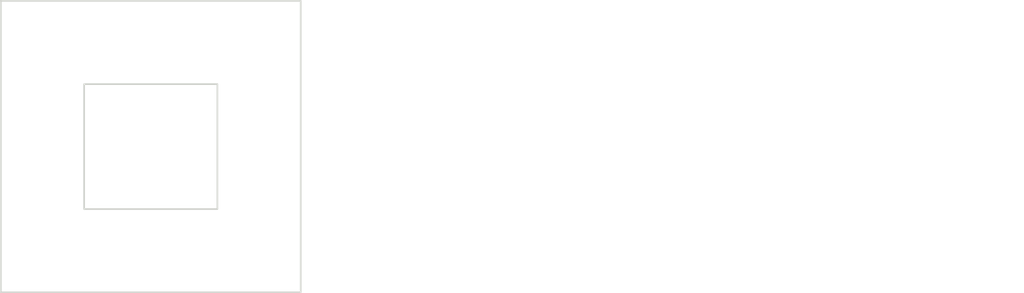
<source format=kicad_pcb>
(kicad_pcb (version 20221018) (generator pcbnew)

  (general
    (thickness 1.12)
  )

  (paper "A4")
  (layers
    (0 "F.Cu" signal)
    (31 "B.Cu" signal)
    (32 "B.Adhes" user "B.Adhesive")
    (33 "F.Adhes" user "F.Adhesive")
    (34 "B.Paste" user)
    (35 "F.Paste" user)
    (36 "B.SilkS" user "B.Silkscreen")
    (37 "F.SilkS" user "F.Silkscreen")
    (38 "B.Mask" user)
    (39 "F.Mask" user)
    (40 "Dwgs.User" user "User.Drawings")
    (41 "Cmts.User" user "User.Comments")
    (42 "Eco1.User" user "User.Eco1")
    (43 "Eco2.User" user "User.Eco2")
    (44 "Edge.Cuts" user)
    (45 "Margin" user)
    (46 "B.CrtYd" user "B.Courtyard")
    (47 "F.CrtYd" user "F.Courtyard")
    (48 "B.Fab" user)
    (49 "F.Fab" user)
    (50 "User.1" user)
    (51 "User.2" user)
    (52 "User.3" user)
    (53 "User.4" user)
    (54 "User.5" user)
    (55 "User.6" user)
    (56 "User.7" user)
    (57 "User.8" user)
    (58 "User.9" user)
  )

  (setup
    (stackup
      (layer "F.SilkS" (type "Top Silk Screen"))
      (layer "F.Paste" (type "Top Solder Paste"))
      (layer "F.Mask" (type "Top Solder Mask") (thickness 0.01))
      (layer "F.Cu" (type "copper") (thickness 0))
      (layer "dielectric 1" (type "core") (color "FR4 natural") (thickness 1.1) (material "FR4") (epsilon_r 4.5) (loss_tangent 0.02))
      (layer "B.Cu" (type "copper") (thickness 0))
      (layer "B.Mask" (type "Bottom Solder Mask") (thickness 0.01))
      (layer "B.Paste" (type "Bottom Solder Paste"))
      (layer "B.SilkS" (type "Bottom Silk Screen"))
      (copper_finish "None")
      (dielectric_constraints no)
    )
    (pad_to_mask_clearance 0)
    (pcbplotparams
      (layerselection 0x00012fc_ffffffff)
      (plot_on_all_layers_selection 0x0000000_00000000)
      (disableapertmacros false)
      (usegerberextensions false)
      (usegerberattributes true)
      (usegerberadvancedattributes true)
      (creategerberjobfile true)
      (dashed_line_dash_ratio 12.000000)
      (dashed_line_gap_ratio 3.000000)
      (svgprecision 4)
      (plotframeref false)
      (viasonmask false)
      (mode 1)
      (useauxorigin false)
      (hpglpennumber 1)
      (hpglpenspeed 20)
      (hpglpendiameter 15.000000)
      (dxfpolygonmode true)
      (dxfimperialunits true)
      (dxfusepcbnewfont true)
      (psnegative false)
      (psa4output false)
      (plotreference true)
      (plotvalue true)
      (plotinvisibletext false)
      (sketchpadsonfab false)
      (subtractmaskfromsilk false)
      (outputformat 1)
      (mirror false)
      (drillshape 0)
      (scaleselection 1)
      (outputdirectory "gerber")
    )
  )

  (net 0 "")

  (gr_rect (start 50 50) (end 68 67.5)
    (stroke (width 0.1) (type default)) (fill none) (layer "Edge.Cuts") (tstamp 0ff5137a-75b2-4193-a152-b760aa7c18a2))
  (gr_rect (start 55 55) (end 63 62.5)
    (stroke (width 0.1) (type default)) (fill none) (layer "Edge.Cuts") (tstamp da23e6e5-a0eb-4418-a209-78dc878ecff9))
  (gr_text "Please mill out a window in the center of this board,\n 8.0 x 7.5 mm, outlined by the {dblquote}edge cuts{dblquote} layer." (at 69.85 56.134) (layer "Cmts.User") (tstamp 4684ad59-df64-47f5-aa14-cc168c32a284)
    (effects (font (size 1 1) (thickness 0.15)) (justify left bottom))
  )

)

</source>
